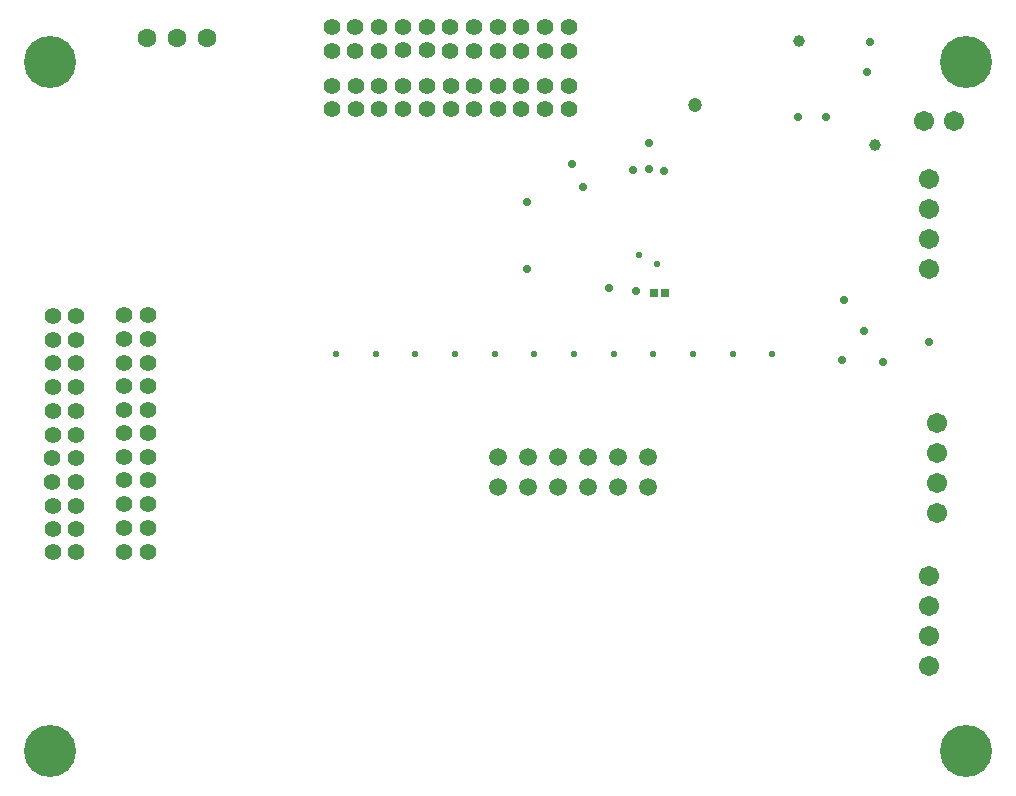
<source format=gbs>
G04*
G04 #@! TF.GenerationSoftware,Altium Limited,Altium Designer,18.1.11 (251)*
G04*
G04 Layer_Color=16711935*
%FSLAX25Y25*%
%MOIN*%
G70*
G01*
G75*
%ADD43C,0.06312*%
%ADD44C,0.06706*%
%ADD45C,0.17335*%
%ADD46C,0.05918*%
%ADD47C,0.05524*%
%ADD48C,0.03950*%
%ADD49C,0.04737*%
%ADD66R,0.03162X0.03162*%
%ADD67C,0.02800*%
%ADD68C,0.02300*%
D43*
X245445Y418260D02*
D03*
X255445D02*
D03*
X265445D02*
D03*
D44*
X514401Y390761D02*
D03*
X504401D02*
D03*
X509000Y260000D02*
D03*
Y270000D02*
D03*
Y280000D02*
D03*
Y290000D02*
D03*
X506378Y341258D02*
D03*
Y351258D02*
D03*
Y361258D02*
D03*
Y371258D02*
D03*
Y239172D02*
D03*
Y229172D02*
D03*
Y219172D02*
D03*
Y209172D02*
D03*
D45*
X213288Y180717D02*
D03*
X518406D02*
D03*
Y410229D02*
D03*
X213288D02*
D03*
D46*
X412461Y268848D02*
D03*
Y278848D02*
D03*
X402461D02*
D03*
Y268848D02*
D03*
X392461D02*
D03*
Y278848D02*
D03*
X382461D02*
D03*
Y268848D02*
D03*
X372461D02*
D03*
Y278848D02*
D03*
X362461D02*
D03*
Y268848D02*
D03*
D47*
X307326Y394606D02*
D03*
Y402506D02*
D03*
X315226D02*
D03*
Y394606D02*
D03*
X323026D02*
D03*
Y402506D02*
D03*
X331026D02*
D03*
Y394606D02*
D03*
X338826D02*
D03*
Y402506D02*
D03*
X346726D02*
D03*
Y394606D02*
D03*
X354526D02*
D03*
Y402506D02*
D03*
X362426D02*
D03*
Y394606D02*
D03*
X370326D02*
D03*
Y402506D02*
D03*
X378226D02*
D03*
Y394606D02*
D03*
X386126D02*
D03*
Y402506D02*
D03*
X237900Y326000D02*
D03*
X245800D02*
D03*
Y318100D02*
D03*
X237900D02*
D03*
Y310200D02*
D03*
X245800D02*
D03*
Y302300D02*
D03*
X237900D02*
D03*
Y294400D02*
D03*
X245800D02*
D03*
Y286600D02*
D03*
X237900D02*
D03*
Y278700D02*
D03*
X245800D02*
D03*
Y270900D02*
D03*
X237900D02*
D03*
Y262900D02*
D03*
X245800D02*
D03*
Y255100D02*
D03*
X237900D02*
D03*
Y247200D02*
D03*
X245800D02*
D03*
X386126Y422006D02*
D03*
X378226D02*
D03*
X362426D02*
D03*
X370326D02*
D03*
X354526D02*
D03*
X346626D02*
D03*
X330826Y422106D02*
D03*
X338726D02*
D03*
X322926Y422006D02*
D03*
X315026D02*
D03*
X307326D02*
D03*
Y414206D02*
D03*
X315026D02*
D03*
X322926D02*
D03*
X338726Y414306D02*
D03*
X330826D02*
D03*
X346626Y414206D02*
D03*
X354526D02*
D03*
X370326D02*
D03*
X362426D02*
D03*
X378226D02*
D03*
X386126D02*
D03*
X221900Y325700D02*
D03*
Y317800D02*
D03*
Y302000D02*
D03*
Y309900D02*
D03*
Y294100D02*
D03*
Y286200D02*
D03*
X221800Y270400D02*
D03*
Y278300D02*
D03*
X221900Y262500D02*
D03*
Y254600D02*
D03*
Y246900D02*
D03*
X214100D02*
D03*
Y254600D02*
D03*
Y262500D02*
D03*
X214000Y278300D02*
D03*
Y270400D02*
D03*
X214100Y286200D02*
D03*
Y294100D02*
D03*
Y309900D02*
D03*
Y302000D02*
D03*
Y317800D02*
D03*
Y325700D02*
D03*
D48*
X462894Y417421D02*
D03*
X488091Y382776D02*
D03*
D49*
X428248Y396161D02*
D03*
D66*
X418300Y333500D02*
D03*
X414700D02*
D03*
D67*
X506299Y317098D02*
D03*
X412795Y383465D02*
D03*
Y374606D02*
D03*
X486529Y417221D02*
D03*
X387335Y376474D02*
D03*
X417900Y374100D02*
D03*
X407600Y374300D02*
D03*
X462700Y392000D02*
D03*
X471800Y391900D02*
D03*
X485600Y406900D02*
D03*
X490768Y310538D02*
D03*
X477169Y310932D02*
D03*
X477769Y331038D02*
D03*
X484469Y320838D02*
D03*
X399700Y334900D02*
D03*
X372200Y341259D02*
D03*
Y363700D02*
D03*
X408400Y333900D02*
D03*
X390821Y368821D02*
D03*
D68*
X415700Y343000D02*
D03*
X409500Y346000D02*
D03*
X454013Y313013D02*
D03*
X440795D02*
D03*
X427577D02*
D03*
X414359D02*
D03*
X401141D02*
D03*
X387923D02*
D03*
X374704D02*
D03*
X361486D02*
D03*
X348268D02*
D03*
X335050D02*
D03*
X321832D02*
D03*
X308600Y313000D02*
D03*
M02*

</source>
